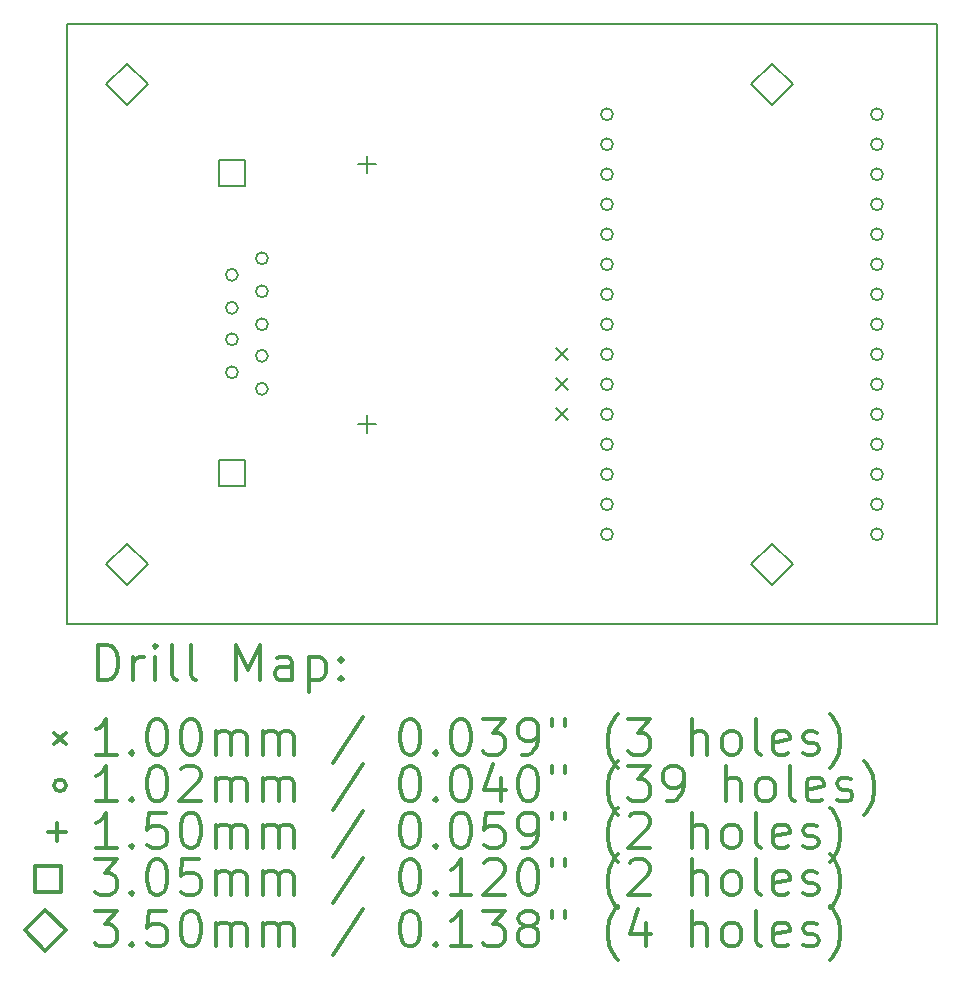
<source format=gbr>
%FSLAX45Y45*%
G04 Gerber Fmt 4.5, Leading zero omitted, Abs format (unit mm)*
G04 Created by KiCad (PCBNEW 4.0.5+dfsg1-4) date Mon Apr 17 17:31:17 2017*
%MOMM*%
%LPD*%
G01*
G04 APERTURE LIST*
%ADD10C,0.127000*%
%ADD11C,0.150000*%
%ADD12C,0.200000*%
%ADD13C,0.300000*%
G04 APERTURE END LIST*
D10*
D11*
X4826000Y-8636000D02*
X4826000Y-3556000D01*
X12192000Y-8636000D02*
X4826000Y-8636000D01*
X12192000Y-3556000D02*
X12192000Y-8636000D01*
X4826000Y-3556000D02*
X12192000Y-3556000D01*
D12*
X8967089Y-6300089D02*
X9066911Y-6399911D01*
X9066911Y-6300089D02*
X8967089Y-6399911D01*
X8967089Y-6554089D02*
X9066911Y-6653911D01*
X9066911Y-6554089D02*
X8967089Y-6653911D01*
X8967089Y-6808089D02*
X9066911Y-6907911D01*
X9066911Y-6808089D02*
X8967089Y-6907911D01*
X6273800Y-5676900D02*
G75*
G03X6273800Y-5676900I-50800J0D01*
G01*
X6273800Y-5956300D02*
G75*
G03X6273800Y-5956300I-50800J0D01*
G01*
X6273800Y-6223000D02*
G75*
G03X6273800Y-6223000I-50800J0D01*
G01*
X6273800Y-6502400D02*
G75*
G03X6273800Y-6502400I-50800J0D01*
G01*
X6527800Y-5537200D02*
G75*
G03X6527800Y-5537200I-50800J0D01*
G01*
X6527800Y-5816600D02*
G75*
G03X6527800Y-5816600I-50800J0D01*
G01*
X6527800Y-6096000D02*
G75*
G03X6527800Y-6096000I-50800J0D01*
G01*
X6527800Y-6362700D02*
G75*
G03X6527800Y-6362700I-50800J0D01*
G01*
X6527800Y-6642100D02*
G75*
G03X6527800Y-6642100I-50800J0D01*
G01*
X9448800Y-4318000D02*
G75*
G03X9448800Y-4318000I-50800J0D01*
G01*
X9448800Y-4572000D02*
G75*
G03X9448800Y-4572000I-50800J0D01*
G01*
X9448800Y-4826000D02*
G75*
G03X9448800Y-4826000I-50800J0D01*
G01*
X9448800Y-5080000D02*
G75*
G03X9448800Y-5080000I-50800J0D01*
G01*
X9448800Y-5334000D02*
G75*
G03X9448800Y-5334000I-50800J0D01*
G01*
X9448800Y-5588000D02*
G75*
G03X9448800Y-5588000I-50800J0D01*
G01*
X9448800Y-5842000D02*
G75*
G03X9448800Y-5842000I-50800J0D01*
G01*
X9448800Y-6096000D02*
G75*
G03X9448800Y-6096000I-50800J0D01*
G01*
X9448800Y-6350000D02*
G75*
G03X9448800Y-6350000I-50800J0D01*
G01*
X9448800Y-6604000D02*
G75*
G03X9448800Y-6604000I-50800J0D01*
G01*
X9448800Y-6858000D02*
G75*
G03X9448800Y-6858000I-50800J0D01*
G01*
X9448800Y-7112000D02*
G75*
G03X9448800Y-7112000I-50800J0D01*
G01*
X9448800Y-7366000D02*
G75*
G03X9448800Y-7366000I-50800J0D01*
G01*
X9448800Y-7620000D02*
G75*
G03X9448800Y-7620000I-50800J0D01*
G01*
X9448800Y-7874000D02*
G75*
G03X9448800Y-7874000I-50800J0D01*
G01*
X11734800Y-4318000D02*
G75*
G03X11734800Y-4318000I-50800J0D01*
G01*
X11734800Y-4572000D02*
G75*
G03X11734800Y-4572000I-50800J0D01*
G01*
X11734800Y-4826000D02*
G75*
G03X11734800Y-4826000I-50800J0D01*
G01*
X11734800Y-5080000D02*
G75*
G03X11734800Y-5080000I-50800J0D01*
G01*
X11734800Y-5334000D02*
G75*
G03X11734800Y-5334000I-50800J0D01*
G01*
X11734800Y-5588000D02*
G75*
G03X11734800Y-5588000I-50800J0D01*
G01*
X11734800Y-5842000D02*
G75*
G03X11734800Y-5842000I-50800J0D01*
G01*
X11734800Y-6096000D02*
G75*
G03X11734800Y-6096000I-50800J0D01*
G01*
X11734800Y-6350000D02*
G75*
G03X11734800Y-6350000I-50800J0D01*
G01*
X11734800Y-6604000D02*
G75*
G03X11734800Y-6604000I-50800J0D01*
G01*
X11734800Y-6858000D02*
G75*
G03X11734800Y-6858000I-50800J0D01*
G01*
X11734800Y-7112000D02*
G75*
G03X11734800Y-7112000I-50800J0D01*
G01*
X11734800Y-7366000D02*
G75*
G03X11734800Y-7366000I-50800J0D01*
G01*
X11734800Y-7620000D02*
G75*
G03X11734800Y-7620000I-50800J0D01*
G01*
X11734800Y-7874000D02*
G75*
G03X11734800Y-7874000I-50800J0D01*
G01*
X7366000Y-4666869D02*
X7366000Y-4816983D01*
X7290943Y-4741926D02*
X7441057Y-4741926D01*
X7366000Y-6867017D02*
X7366000Y-7017131D01*
X7290943Y-6942074D02*
X7441057Y-6942074D01*
X6330764Y-4921064D02*
X6330764Y-4705536D01*
X6115236Y-4705536D01*
X6115236Y-4921064D01*
X6330764Y-4921064D01*
X6330764Y-7461064D02*
X6330764Y-7245536D01*
X6115236Y-7245536D01*
X6115236Y-7461064D01*
X6330764Y-7461064D01*
X5334000Y-4239000D02*
X5509000Y-4064000D01*
X5334000Y-3889000D01*
X5159000Y-4064000D01*
X5334000Y-4239000D01*
X5334000Y-8303000D02*
X5509000Y-8128000D01*
X5334000Y-7953000D01*
X5159000Y-8128000D01*
X5334000Y-8303000D01*
X10795000Y-4239000D02*
X10970000Y-4064000D01*
X10795000Y-3889000D01*
X10620000Y-4064000D01*
X10795000Y-4239000D01*
X10795000Y-8303000D02*
X10970000Y-8128000D01*
X10795000Y-7953000D01*
X10620000Y-8128000D01*
X10795000Y-8303000D01*
D13*
X5089929Y-9109214D02*
X5089929Y-8809214D01*
X5161357Y-8809214D01*
X5204214Y-8823500D01*
X5232786Y-8852072D01*
X5247071Y-8880643D01*
X5261357Y-8937786D01*
X5261357Y-8980643D01*
X5247071Y-9037786D01*
X5232786Y-9066357D01*
X5204214Y-9094929D01*
X5161357Y-9109214D01*
X5089929Y-9109214D01*
X5389929Y-9109214D02*
X5389929Y-8909214D01*
X5389929Y-8966357D02*
X5404214Y-8937786D01*
X5418500Y-8923500D01*
X5447071Y-8909214D01*
X5475643Y-8909214D01*
X5575643Y-9109214D02*
X5575643Y-8909214D01*
X5575643Y-8809214D02*
X5561357Y-8823500D01*
X5575643Y-8837786D01*
X5589929Y-8823500D01*
X5575643Y-8809214D01*
X5575643Y-8837786D01*
X5761357Y-9109214D02*
X5732786Y-9094929D01*
X5718500Y-9066357D01*
X5718500Y-8809214D01*
X5918500Y-9109214D02*
X5889928Y-9094929D01*
X5875643Y-9066357D01*
X5875643Y-8809214D01*
X6261357Y-9109214D02*
X6261357Y-8809214D01*
X6361357Y-9023500D01*
X6461357Y-8809214D01*
X6461357Y-9109214D01*
X6732786Y-9109214D02*
X6732786Y-8952072D01*
X6718500Y-8923500D01*
X6689928Y-8909214D01*
X6632786Y-8909214D01*
X6604214Y-8923500D01*
X6732786Y-9094929D02*
X6704214Y-9109214D01*
X6632786Y-9109214D01*
X6604214Y-9094929D01*
X6589928Y-9066357D01*
X6589928Y-9037786D01*
X6604214Y-9009214D01*
X6632786Y-8994929D01*
X6704214Y-8994929D01*
X6732786Y-8980643D01*
X6875643Y-8909214D02*
X6875643Y-9209214D01*
X6875643Y-8923500D02*
X6904214Y-8909214D01*
X6961357Y-8909214D01*
X6989928Y-8923500D01*
X7004214Y-8937786D01*
X7018500Y-8966357D01*
X7018500Y-9052072D01*
X7004214Y-9080643D01*
X6989928Y-9094929D01*
X6961357Y-9109214D01*
X6904214Y-9109214D01*
X6875643Y-9094929D01*
X7147071Y-9080643D02*
X7161357Y-9094929D01*
X7147071Y-9109214D01*
X7132786Y-9094929D01*
X7147071Y-9080643D01*
X7147071Y-9109214D01*
X7147071Y-8923500D02*
X7161357Y-8937786D01*
X7147071Y-8952072D01*
X7132786Y-8937786D01*
X7147071Y-8923500D01*
X7147071Y-8952072D01*
X4718678Y-9553589D02*
X4818500Y-9653411D01*
X4818500Y-9553589D02*
X4718678Y-9653411D01*
X5247071Y-9739214D02*
X5075643Y-9739214D01*
X5161357Y-9739214D02*
X5161357Y-9439214D01*
X5132786Y-9482072D01*
X5104214Y-9510643D01*
X5075643Y-9524929D01*
X5375643Y-9710643D02*
X5389929Y-9724929D01*
X5375643Y-9739214D01*
X5361357Y-9724929D01*
X5375643Y-9710643D01*
X5375643Y-9739214D01*
X5575643Y-9439214D02*
X5604214Y-9439214D01*
X5632786Y-9453500D01*
X5647071Y-9467786D01*
X5661357Y-9496357D01*
X5675643Y-9553500D01*
X5675643Y-9624929D01*
X5661357Y-9682072D01*
X5647071Y-9710643D01*
X5632786Y-9724929D01*
X5604214Y-9739214D01*
X5575643Y-9739214D01*
X5547071Y-9724929D01*
X5532786Y-9710643D01*
X5518500Y-9682072D01*
X5504214Y-9624929D01*
X5504214Y-9553500D01*
X5518500Y-9496357D01*
X5532786Y-9467786D01*
X5547071Y-9453500D01*
X5575643Y-9439214D01*
X5861357Y-9439214D02*
X5889928Y-9439214D01*
X5918500Y-9453500D01*
X5932786Y-9467786D01*
X5947071Y-9496357D01*
X5961357Y-9553500D01*
X5961357Y-9624929D01*
X5947071Y-9682072D01*
X5932786Y-9710643D01*
X5918500Y-9724929D01*
X5889928Y-9739214D01*
X5861357Y-9739214D01*
X5832786Y-9724929D01*
X5818500Y-9710643D01*
X5804214Y-9682072D01*
X5789928Y-9624929D01*
X5789928Y-9553500D01*
X5804214Y-9496357D01*
X5818500Y-9467786D01*
X5832786Y-9453500D01*
X5861357Y-9439214D01*
X6089928Y-9739214D02*
X6089928Y-9539214D01*
X6089928Y-9567786D02*
X6104214Y-9553500D01*
X6132786Y-9539214D01*
X6175643Y-9539214D01*
X6204214Y-9553500D01*
X6218500Y-9582072D01*
X6218500Y-9739214D01*
X6218500Y-9582072D02*
X6232786Y-9553500D01*
X6261357Y-9539214D01*
X6304214Y-9539214D01*
X6332786Y-9553500D01*
X6347071Y-9582072D01*
X6347071Y-9739214D01*
X6489928Y-9739214D02*
X6489928Y-9539214D01*
X6489928Y-9567786D02*
X6504214Y-9553500D01*
X6532786Y-9539214D01*
X6575643Y-9539214D01*
X6604214Y-9553500D01*
X6618500Y-9582072D01*
X6618500Y-9739214D01*
X6618500Y-9582072D02*
X6632786Y-9553500D01*
X6661357Y-9539214D01*
X6704214Y-9539214D01*
X6732786Y-9553500D01*
X6747071Y-9582072D01*
X6747071Y-9739214D01*
X7332786Y-9424929D02*
X7075643Y-9810643D01*
X7718500Y-9439214D02*
X7747071Y-9439214D01*
X7775643Y-9453500D01*
X7789928Y-9467786D01*
X7804214Y-9496357D01*
X7818500Y-9553500D01*
X7818500Y-9624929D01*
X7804214Y-9682072D01*
X7789928Y-9710643D01*
X7775643Y-9724929D01*
X7747071Y-9739214D01*
X7718500Y-9739214D01*
X7689928Y-9724929D01*
X7675643Y-9710643D01*
X7661357Y-9682072D01*
X7647071Y-9624929D01*
X7647071Y-9553500D01*
X7661357Y-9496357D01*
X7675643Y-9467786D01*
X7689928Y-9453500D01*
X7718500Y-9439214D01*
X7947071Y-9710643D02*
X7961357Y-9724929D01*
X7947071Y-9739214D01*
X7932786Y-9724929D01*
X7947071Y-9710643D01*
X7947071Y-9739214D01*
X8147071Y-9439214D02*
X8175643Y-9439214D01*
X8204214Y-9453500D01*
X8218500Y-9467786D01*
X8232785Y-9496357D01*
X8247071Y-9553500D01*
X8247071Y-9624929D01*
X8232785Y-9682072D01*
X8218500Y-9710643D01*
X8204214Y-9724929D01*
X8175643Y-9739214D01*
X8147071Y-9739214D01*
X8118500Y-9724929D01*
X8104214Y-9710643D01*
X8089928Y-9682072D01*
X8075643Y-9624929D01*
X8075643Y-9553500D01*
X8089928Y-9496357D01*
X8104214Y-9467786D01*
X8118500Y-9453500D01*
X8147071Y-9439214D01*
X8347071Y-9439214D02*
X8532786Y-9439214D01*
X8432786Y-9553500D01*
X8475643Y-9553500D01*
X8504214Y-9567786D01*
X8518500Y-9582072D01*
X8532786Y-9610643D01*
X8532786Y-9682072D01*
X8518500Y-9710643D01*
X8504214Y-9724929D01*
X8475643Y-9739214D01*
X8389928Y-9739214D01*
X8361357Y-9724929D01*
X8347071Y-9710643D01*
X8675643Y-9739214D02*
X8732786Y-9739214D01*
X8761357Y-9724929D01*
X8775643Y-9710643D01*
X8804214Y-9667786D01*
X8818500Y-9610643D01*
X8818500Y-9496357D01*
X8804214Y-9467786D01*
X8789928Y-9453500D01*
X8761357Y-9439214D01*
X8704214Y-9439214D01*
X8675643Y-9453500D01*
X8661357Y-9467786D01*
X8647071Y-9496357D01*
X8647071Y-9567786D01*
X8661357Y-9596357D01*
X8675643Y-9610643D01*
X8704214Y-9624929D01*
X8761357Y-9624929D01*
X8789928Y-9610643D01*
X8804214Y-9596357D01*
X8818500Y-9567786D01*
X8932786Y-9439214D02*
X8932786Y-9496357D01*
X9047071Y-9439214D02*
X9047071Y-9496357D01*
X9489928Y-9853500D02*
X9475643Y-9839214D01*
X9447071Y-9796357D01*
X9432786Y-9767786D01*
X9418500Y-9724929D01*
X9404214Y-9653500D01*
X9404214Y-9596357D01*
X9418500Y-9524929D01*
X9432786Y-9482072D01*
X9447071Y-9453500D01*
X9475643Y-9410643D01*
X9489928Y-9396357D01*
X9575643Y-9439214D02*
X9761357Y-9439214D01*
X9661357Y-9553500D01*
X9704214Y-9553500D01*
X9732786Y-9567786D01*
X9747071Y-9582072D01*
X9761357Y-9610643D01*
X9761357Y-9682072D01*
X9747071Y-9710643D01*
X9732786Y-9724929D01*
X9704214Y-9739214D01*
X9618500Y-9739214D01*
X9589928Y-9724929D01*
X9575643Y-9710643D01*
X10118500Y-9739214D02*
X10118500Y-9439214D01*
X10247071Y-9739214D02*
X10247071Y-9582072D01*
X10232786Y-9553500D01*
X10204214Y-9539214D01*
X10161357Y-9539214D01*
X10132786Y-9553500D01*
X10118500Y-9567786D01*
X10432786Y-9739214D02*
X10404214Y-9724929D01*
X10389928Y-9710643D01*
X10375643Y-9682072D01*
X10375643Y-9596357D01*
X10389928Y-9567786D01*
X10404214Y-9553500D01*
X10432786Y-9539214D01*
X10475643Y-9539214D01*
X10504214Y-9553500D01*
X10518500Y-9567786D01*
X10532786Y-9596357D01*
X10532786Y-9682072D01*
X10518500Y-9710643D01*
X10504214Y-9724929D01*
X10475643Y-9739214D01*
X10432786Y-9739214D01*
X10704214Y-9739214D02*
X10675643Y-9724929D01*
X10661357Y-9696357D01*
X10661357Y-9439214D01*
X10932786Y-9724929D02*
X10904214Y-9739214D01*
X10847071Y-9739214D01*
X10818500Y-9724929D01*
X10804214Y-9696357D01*
X10804214Y-9582072D01*
X10818500Y-9553500D01*
X10847071Y-9539214D01*
X10904214Y-9539214D01*
X10932786Y-9553500D01*
X10947071Y-9582072D01*
X10947071Y-9610643D01*
X10804214Y-9639214D01*
X11061357Y-9724929D02*
X11089929Y-9739214D01*
X11147071Y-9739214D01*
X11175643Y-9724929D01*
X11189928Y-9696357D01*
X11189928Y-9682072D01*
X11175643Y-9653500D01*
X11147071Y-9639214D01*
X11104214Y-9639214D01*
X11075643Y-9624929D01*
X11061357Y-9596357D01*
X11061357Y-9582072D01*
X11075643Y-9553500D01*
X11104214Y-9539214D01*
X11147071Y-9539214D01*
X11175643Y-9553500D01*
X11289928Y-9853500D02*
X11304214Y-9839214D01*
X11332786Y-9796357D01*
X11347071Y-9767786D01*
X11361357Y-9724929D01*
X11375643Y-9653500D01*
X11375643Y-9596357D01*
X11361357Y-9524929D01*
X11347071Y-9482072D01*
X11332786Y-9453500D01*
X11304214Y-9410643D01*
X11289928Y-9396357D01*
X4818500Y-9999500D02*
G75*
G03X4818500Y-9999500I-50800J0D01*
G01*
X5247071Y-10135214D02*
X5075643Y-10135214D01*
X5161357Y-10135214D02*
X5161357Y-9835214D01*
X5132786Y-9878072D01*
X5104214Y-9906643D01*
X5075643Y-9920929D01*
X5375643Y-10106643D02*
X5389929Y-10120929D01*
X5375643Y-10135214D01*
X5361357Y-10120929D01*
X5375643Y-10106643D01*
X5375643Y-10135214D01*
X5575643Y-9835214D02*
X5604214Y-9835214D01*
X5632786Y-9849500D01*
X5647071Y-9863786D01*
X5661357Y-9892357D01*
X5675643Y-9949500D01*
X5675643Y-10020929D01*
X5661357Y-10078072D01*
X5647071Y-10106643D01*
X5632786Y-10120929D01*
X5604214Y-10135214D01*
X5575643Y-10135214D01*
X5547071Y-10120929D01*
X5532786Y-10106643D01*
X5518500Y-10078072D01*
X5504214Y-10020929D01*
X5504214Y-9949500D01*
X5518500Y-9892357D01*
X5532786Y-9863786D01*
X5547071Y-9849500D01*
X5575643Y-9835214D01*
X5789928Y-9863786D02*
X5804214Y-9849500D01*
X5832786Y-9835214D01*
X5904214Y-9835214D01*
X5932786Y-9849500D01*
X5947071Y-9863786D01*
X5961357Y-9892357D01*
X5961357Y-9920929D01*
X5947071Y-9963786D01*
X5775643Y-10135214D01*
X5961357Y-10135214D01*
X6089928Y-10135214D02*
X6089928Y-9935214D01*
X6089928Y-9963786D02*
X6104214Y-9949500D01*
X6132786Y-9935214D01*
X6175643Y-9935214D01*
X6204214Y-9949500D01*
X6218500Y-9978072D01*
X6218500Y-10135214D01*
X6218500Y-9978072D02*
X6232786Y-9949500D01*
X6261357Y-9935214D01*
X6304214Y-9935214D01*
X6332786Y-9949500D01*
X6347071Y-9978072D01*
X6347071Y-10135214D01*
X6489928Y-10135214D02*
X6489928Y-9935214D01*
X6489928Y-9963786D02*
X6504214Y-9949500D01*
X6532786Y-9935214D01*
X6575643Y-9935214D01*
X6604214Y-9949500D01*
X6618500Y-9978072D01*
X6618500Y-10135214D01*
X6618500Y-9978072D02*
X6632786Y-9949500D01*
X6661357Y-9935214D01*
X6704214Y-9935214D01*
X6732786Y-9949500D01*
X6747071Y-9978072D01*
X6747071Y-10135214D01*
X7332786Y-9820929D02*
X7075643Y-10206643D01*
X7718500Y-9835214D02*
X7747071Y-9835214D01*
X7775643Y-9849500D01*
X7789928Y-9863786D01*
X7804214Y-9892357D01*
X7818500Y-9949500D01*
X7818500Y-10020929D01*
X7804214Y-10078072D01*
X7789928Y-10106643D01*
X7775643Y-10120929D01*
X7747071Y-10135214D01*
X7718500Y-10135214D01*
X7689928Y-10120929D01*
X7675643Y-10106643D01*
X7661357Y-10078072D01*
X7647071Y-10020929D01*
X7647071Y-9949500D01*
X7661357Y-9892357D01*
X7675643Y-9863786D01*
X7689928Y-9849500D01*
X7718500Y-9835214D01*
X7947071Y-10106643D02*
X7961357Y-10120929D01*
X7947071Y-10135214D01*
X7932786Y-10120929D01*
X7947071Y-10106643D01*
X7947071Y-10135214D01*
X8147071Y-9835214D02*
X8175643Y-9835214D01*
X8204214Y-9849500D01*
X8218500Y-9863786D01*
X8232785Y-9892357D01*
X8247071Y-9949500D01*
X8247071Y-10020929D01*
X8232785Y-10078072D01*
X8218500Y-10106643D01*
X8204214Y-10120929D01*
X8175643Y-10135214D01*
X8147071Y-10135214D01*
X8118500Y-10120929D01*
X8104214Y-10106643D01*
X8089928Y-10078072D01*
X8075643Y-10020929D01*
X8075643Y-9949500D01*
X8089928Y-9892357D01*
X8104214Y-9863786D01*
X8118500Y-9849500D01*
X8147071Y-9835214D01*
X8504214Y-9935214D02*
X8504214Y-10135214D01*
X8432786Y-9820929D02*
X8361357Y-10035214D01*
X8547071Y-10035214D01*
X8718500Y-9835214D02*
X8747071Y-9835214D01*
X8775643Y-9849500D01*
X8789928Y-9863786D01*
X8804214Y-9892357D01*
X8818500Y-9949500D01*
X8818500Y-10020929D01*
X8804214Y-10078072D01*
X8789928Y-10106643D01*
X8775643Y-10120929D01*
X8747071Y-10135214D01*
X8718500Y-10135214D01*
X8689928Y-10120929D01*
X8675643Y-10106643D01*
X8661357Y-10078072D01*
X8647071Y-10020929D01*
X8647071Y-9949500D01*
X8661357Y-9892357D01*
X8675643Y-9863786D01*
X8689928Y-9849500D01*
X8718500Y-9835214D01*
X8932786Y-9835214D02*
X8932786Y-9892357D01*
X9047071Y-9835214D02*
X9047071Y-9892357D01*
X9489928Y-10249500D02*
X9475643Y-10235214D01*
X9447071Y-10192357D01*
X9432786Y-10163786D01*
X9418500Y-10120929D01*
X9404214Y-10049500D01*
X9404214Y-9992357D01*
X9418500Y-9920929D01*
X9432786Y-9878072D01*
X9447071Y-9849500D01*
X9475643Y-9806643D01*
X9489928Y-9792357D01*
X9575643Y-9835214D02*
X9761357Y-9835214D01*
X9661357Y-9949500D01*
X9704214Y-9949500D01*
X9732786Y-9963786D01*
X9747071Y-9978072D01*
X9761357Y-10006643D01*
X9761357Y-10078072D01*
X9747071Y-10106643D01*
X9732786Y-10120929D01*
X9704214Y-10135214D01*
X9618500Y-10135214D01*
X9589928Y-10120929D01*
X9575643Y-10106643D01*
X9904214Y-10135214D02*
X9961357Y-10135214D01*
X9989928Y-10120929D01*
X10004214Y-10106643D01*
X10032786Y-10063786D01*
X10047071Y-10006643D01*
X10047071Y-9892357D01*
X10032786Y-9863786D01*
X10018500Y-9849500D01*
X9989928Y-9835214D01*
X9932786Y-9835214D01*
X9904214Y-9849500D01*
X9889928Y-9863786D01*
X9875643Y-9892357D01*
X9875643Y-9963786D01*
X9889928Y-9992357D01*
X9904214Y-10006643D01*
X9932786Y-10020929D01*
X9989928Y-10020929D01*
X10018500Y-10006643D01*
X10032786Y-9992357D01*
X10047071Y-9963786D01*
X10404214Y-10135214D02*
X10404214Y-9835214D01*
X10532786Y-10135214D02*
X10532786Y-9978072D01*
X10518500Y-9949500D01*
X10489928Y-9935214D01*
X10447071Y-9935214D01*
X10418500Y-9949500D01*
X10404214Y-9963786D01*
X10718500Y-10135214D02*
X10689928Y-10120929D01*
X10675643Y-10106643D01*
X10661357Y-10078072D01*
X10661357Y-9992357D01*
X10675643Y-9963786D01*
X10689928Y-9949500D01*
X10718500Y-9935214D01*
X10761357Y-9935214D01*
X10789928Y-9949500D01*
X10804214Y-9963786D01*
X10818500Y-9992357D01*
X10818500Y-10078072D01*
X10804214Y-10106643D01*
X10789928Y-10120929D01*
X10761357Y-10135214D01*
X10718500Y-10135214D01*
X10989928Y-10135214D02*
X10961357Y-10120929D01*
X10947071Y-10092357D01*
X10947071Y-9835214D01*
X11218500Y-10120929D02*
X11189928Y-10135214D01*
X11132786Y-10135214D01*
X11104214Y-10120929D01*
X11089929Y-10092357D01*
X11089929Y-9978072D01*
X11104214Y-9949500D01*
X11132786Y-9935214D01*
X11189928Y-9935214D01*
X11218500Y-9949500D01*
X11232786Y-9978072D01*
X11232786Y-10006643D01*
X11089929Y-10035214D01*
X11347071Y-10120929D02*
X11375643Y-10135214D01*
X11432786Y-10135214D01*
X11461357Y-10120929D01*
X11475643Y-10092357D01*
X11475643Y-10078072D01*
X11461357Y-10049500D01*
X11432786Y-10035214D01*
X11389928Y-10035214D01*
X11361357Y-10020929D01*
X11347071Y-9992357D01*
X11347071Y-9978072D01*
X11361357Y-9949500D01*
X11389928Y-9935214D01*
X11432786Y-9935214D01*
X11461357Y-9949500D01*
X11575643Y-10249500D02*
X11589928Y-10235214D01*
X11618500Y-10192357D01*
X11632786Y-10163786D01*
X11647071Y-10120929D01*
X11661357Y-10049500D01*
X11661357Y-9992357D01*
X11647071Y-9920929D01*
X11632786Y-9878072D01*
X11618500Y-9849500D01*
X11589928Y-9806643D01*
X11575643Y-9792357D01*
X4743443Y-10320443D02*
X4743443Y-10470557D01*
X4668386Y-10395500D02*
X4818500Y-10395500D01*
X5247071Y-10531214D02*
X5075643Y-10531214D01*
X5161357Y-10531214D02*
X5161357Y-10231214D01*
X5132786Y-10274072D01*
X5104214Y-10302643D01*
X5075643Y-10316929D01*
X5375643Y-10502643D02*
X5389929Y-10516929D01*
X5375643Y-10531214D01*
X5361357Y-10516929D01*
X5375643Y-10502643D01*
X5375643Y-10531214D01*
X5661357Y-10231214D02*
X5518500Y-10231214D01*
X5504214Y-10374072D01*
X5518500Y-10359786D01*
X5547071Y-10345500D01*
X5618500Y-10345500D01*
X5647071Y-10359786D01*
X5661357Y-10374072D01*
X5675643Y-10402643D01*
X5675643Y-10474072D01*
X5661357Y-10502643D01*
X5647071Y-10516929D01*
X5618500Y-10531214D01*
X5547071Y-10531214D01*
X5518500Y-10516929D01*
X5504214Y-10502643D01*
X5861357Y-10231214D02*
X5889928Y-10231214D01*
X5918500Y-10245500D01*
X5932786Y-10259786D01*
X5947071Y-10288357D01*
X5961357Y-10345500D01*
X5961357Y-10416929D01*
X5947071Y-10474072D01*
X5932786Y-10502643D01*
X5918500Y-10516929D01*
X5889928Y-10531214D01*
X5861357Y-10531214D01*
X5832786Y-10516929D01*
X5818500Y-10502643D01*
X5804214Y-10474072D01*
X5789928Y-10416929D01*
X5789928Y-10345500D01*
X5804214Y-10288357D01*
X5818500Y-10259786D01*
X5832786Y-10245500D01*
X5861357Y-10231214D01*
X6089928Y-10531214D02*
X6089928Y-10331214D01*
X6089928Y-10359786D02*
X6104214Y-10345500D01*
X6132786Y-10331214D01*
X6175643Y-10331214D01*
X6204214Y-10345500D01*
X6218500Y-10374072D01*
X6218500Y-10531214D01*
X6218500Y-10374072D02*
X6232786Y-10345500D01*
X6261357Y-10331214D01*
X6304214Y-10331214D01*
X6332786Y-10345500D01*
X6347071Y-10374072D01*
X6347071Y-10531214D01*
X6489928Y-10531214D02*
X6489928Y-10331214D01*
X6489928Y-10359786D02*
X6504214Y-10345500D01*
X6532786Y-10331214D01*
X6575643Y-10331214D01*
X6604214Y-10345500D01*
X6618500Y-10374072D01*
X6618500Y-10531214D01*
X6618500Y-10374072D02*
X6632786Y-10345500D01*
X6661357Y-10331214D01*
X6704214Y-10331214D01*
X6732786Y-10345500D01*
X6747071Y-10374072D01*
X6747071Y-10531214D01*
X7332786Y-10216929D02*
X7075643Y-10602643D01*
X7718500Y-10231214D02*
X7747071Y-10231214D01*
X7775643Y-10245500D01*
X7789928Y-10259786D01*
X7804214Y-10288357D01*
X7818500Y-10345500D01*
X7818500Y-10416929D01*
X7804214Y-10474072D01*
X7789928Y-10502643D01*
X7775643Y-10516929D01*
X7747071Y-10531214D01*
X7718500Y-10531214D01*
X7689928Y-10516929D01*
X7675643Y-10502643D01*
X7661357Y-10474072D01*
X7647071Y-10416929D01*
X7647071Y-10345500D01*
X7661357Y-10288357D01*
X7675643Y-10259786D01*
X7689928Y-10245500D01*
X7718500Y-10231214D01*
X7947071Y-10502643D02*
X7961357Y-10516929D01*
X7947071Y-10531214D01*
X7932786Y-10516929D01*
X7947071Y-10502643D01*
X7947071Y-10531214D01*
X8147071Y-10231214D02*
X8175643Y-10231214D01*
X8204214Y-10245500D01*
X8218500Y-10259786D01*
X8232785Y-10288357D01*
X8247071Y-10345500D01*
X8247071Y-10416929D01*
X8232785Y-10474072D01*
X8218500Y-10502643D01*
X8204214Y-10516929D01*
X8175643Y-10531214D01*
X8147071Y-10531214D01*
X8118500Y-10516929D01*
X8104214Y-10502643D01*
X8089928Y-10474072D01*
X8075643Y-10416929D01*
X8075643Y-10345500D01*
X8089928Y-10288357D01*
X8104214Y-10259786D01*
X8118500Y-10245500D01*
X8147071Y-10231214D01*
X8518500Y-10231214D02*
X8375643Y-10231214D01*
X8361357Y-10374072D01*
X8375643Y-10359786D01*
X8404214Y-10345500D01*
X8475643Y-10345500D01*
X8504214Y-10359786D01*
X8518500Y-10374072D01*
X8532786Y-10402643D01*
X8532786Y-10474072D01*
X8518500Y-10502643D01*
X8504214Y-10516929D01*
X8475643Y-10531214D01*
X8404214Y-10531214D01*
X8375643Y-10516929D01*
X8361357Y-10502643D01*
X8675643Y-10531214D02*
X8732786Y-10531214D01*
X8761357Y-10516929D01*
X8775643Y-10502643D01*
X8804214Y-10459786D01*
X8818500Y-10402643D01*
X8818500Y-10288357D01*
X8804214Y-10259786D01*
X8789928Y-10245500D01*
X8761357Y-10231214D01*
X8704214Y-10231214D01*
X8675643Y-10245500D01*
X8661357Y-10259786D01*
X8647071Y-10288357D01*
X8647071Y-10359786D01*
X8661357Y-10388357D01*
X8675643Y-10402643D01*
X8704214Y-10416929D01*
X8761357Y-10416929D01*
X8789928Y-10402643D01*
X8804214Y-10388357D01*
X8818500Y-10359786D01*
X8932786Y-10231214D02*
X8932786Y-10288357D01*
X9047071Y-10231214D02*
X9047071Y-10288357D01*
X9489928Y-10645500D02*
X9475643Y-10631214D01*
X9447071Y-10588357D01*
X9432786Y-10559786D01*
X9418500Y-10516929D01*
X9404214Y-10445500D01*
X9404214Y-10388357D01*
X9418500Y-10316929D01*
X9432786Y-10274072D01*
X9447071Y-10245500D01*
X9475643Y-10202643D01*
X9489928Y-10188357D01*
X9589928Y-10259786D02*
X9604214Y-10245500D01*
X9632786Y-10231214D01*
X9704214Y-10231214D01*
X9732786Y-10245500D01*
X9747071Y-10259786D01*
X9761357Y-10288357D01*
X9761357Y-10316929D01*
X9747071Y-10359786D01*
X9575643Y-10531214D01*
X9761357Y-10531214D01*
X10118500Y-10531214D02*
X10118500Y-10231214D01*
X10247071Y-10531214D02*
X10247071Y-10374072D01*
X10232786Y-10345500D01*
X10204214Y-10331214D01*
X10161357Y-10331214D01*
X10132786Y-10345500D01*
X10118500Y-10359786D01*
X10432786Y-10531214D02*
X10404214Y-10516929D01*
X10389928Y-10502643D01*
X10375643Y-10474072D01*
X10375643Y-10388357D01*
X10389928Y-10359786D01*
X10404214Y-10345500D01*
X10432786Y-10331214D01*
X10475643Y-10331214D01*
X10504214Y-10345500D01*
X10518500Y-10359786D01*
X10532786Y-10388357D01*
X10532786Y-10474072D01*
X10518500Y-10502643D01*
X10504214Y-10516929D01*
X10475643Y-10531214D01*
X10432786Y-10531214D01*
X10704214Y-10531214D02*
X10675643Y-10516929D01*
X10661357Y-10488357D01*
X10661357Y-10231214D01*
X10932786Y-10516929D02*
X10904214Y-10531214D01*
X10847071Y-10531214D01*
X10818500Y-10516929D01*
X10804214Y-10488357D01*
X10804214Y-10374072D01*
X10818500Y-10345500D01*
X10847071Y-10331214D01*
X10904214Y-10331214D01*
X10932786Y-10345500D01*
X10947071Y-10374072D01*
X10947071Y-10402643D01*
X10804214Y-10431214D01*
X11061357Y-10516929D02*
X11089929Y-10531214D01*
X11147071Y-10531214D01*
X11175643Y-10516929D01*
X11189928Y-10488357D01*
X11189928Y-10474072D01*
X11175643Y-10445500D01*
X11147071Y-10431214D01*
X11104214Y-10431214D01*
X11075643Y-10416929D01*
X11061357Y-10388357D01*
X11061357Y-10374072D01*
X11075643Y-10345500D01*
X11104214Y-10331214D01*
X11147071Y-10331214D01*
X11175643Y-10345500D01*
X11289928Y-10645500D02*
X11304214Y-10631214D01*
X11332786Y-10588357D01*
X11347071Y-10559786D01*
X11361357Y-10516929D01*
X11375643Y-10445500D01*
X11375643Y-10388357D01*
X11361357Y-10316929D01*
X11347071Y-10274072D01*
X11332786Y-10245500D01*
X11304214Y-10202643D01*
X11289928Y-10188357D01*
X4773864Y-10899264D02*
X4773864Y-10683736D01*
X4558336Y-10683736D01*
X4558336Y-10899264D01*
X4773864Y-10899264D01*
X5061357Y-10627214D02*
X5247071Y-10627214D01*
X5147071Y-10741500D01*
X5189929Y-10741500D01*
X5218500Y-10755786D01*
X5232786Y-10770072D01*
X5247071Y-10798643D01*
X5247071Y-10870072D01*
X5232786Y-10898643D01*
X5218500Y-10912929D01*
X5189929Y-10927214D01*
X5104214Y-10927214D01*
X5075643Y-10912929D01*
X5061357Y-10898643D01*
X5375643Y-10898643D02*
X5389929Y-10912929D01*
X5375643Y-10927214D01*
X5361357Y-10912929D01*
X5375643Y-10898643D01*
X5375643Y-10927214D01*
X5575643Y-10627214D02*
X5604214Y-10627214D01*
X5632786Y-10641500D01*
X5647071Y-10655786D01*
X5661357Y-10684357D01*
X5675643Y-10741500D01*
X5675643Y-10812929D01*
X5661357Y-10870072D01*
X5647071Y-10898643D01*
X5632786Y-10912929D01*
X5604214Y-10927214D01*
X5575643Y-10927214D01*
X5547071Y-10912929D01*
X5532786Y-10898643D01*
X5518500Y-10870072D01*
X5504214Y-10812929D01*
X5504214Y-10741500D01*
X5518500Y-10684357D01*
X5532786Y-10655786D01*
X5547071Y-10641500D01*
X5575643Y-10627214D01*
X5947071Y-10627214D02*
X5804214Y-10627214D01*
X5789928Y-10770072D01*
X5804214Y-10755786D01*
X5832786Y-10741500D01*
X5904214Y-10741500D01*
X5932786Y-10755786D01*
X5947071Y-10770072D01*
X5961357Y-10798643D01*
X5961357Y-10870072D01*
X5947071Y-10898643D01*
X5932786Y-10912929D01*
X5904214Y-10927214D01*
X5832786Y-10927214D01*
X5804214Y-10912929D01*
X5789928Y-10898643D01*
X6089928Y-10927214D02*
X6089928Y-10727214D01*
X6089928Y-10755786D02*
X6104214Y-10741500D01*
X6132786Y-10727214D01*
X6175643Y-10727214D01*
X6204214Y-10741500D01*
X6218500Y-10770072D01*
X6218500Y-10927214D01*
X6218500Y-10770072D02*
X6232786Y-10741500D01*
X6261357Y-10727214D01*
X6304214Y-10727214D01*
X6332786Y-10741500D01*
X6347071Y-10770072D01*
X6347071Y-10927214D01*
X6489928Y-10927214D02*
X6489928Y-10727214D01*
X6489928Y-10755786D02*
X6504214Y-10741500D01*
X6532786Y-10727214D01*
X6575643Y-10727214D01*
X6604214Y-10741500D01*
X6618500Y-10770072D01*
X6618500Y-10927214D01*
X6618500Y-10770072D02*
X6632786Y-10741500D01*
X6661357Y-10727214D01*
X6704214Y-10727214D01*
X6732786Y-10741500D01*
X6747071Y-10770072D01*
X6747071Y-10927214D01*
X7332786Y-10612929D02*
X7075643Y-10998643D01*
X7718500Y-10627214D02*
X7747071Y-10627214D01*
X7775643Y-10641500D01*
X7789928Y-10655786D01*
X7804214Y-10684357D01*
X7818500Y-10741500D01*
X7818500Y-10812929D01*
X7804214Y-10870072D01*
X7789928Y-10898643D01*
X7775643Y-10912929D01*
X7747071Y-10927214D01*
X7718500Y-10927214D01*
X7689928Y-10912929D01*
X7675643Y-10898643D01*
X7661357Y-10870072D01*
X7647071Y-10812929D01*
X7647071Y-10741500D01*
X7661357Y-10684357D01*
X7675643Y-10655786D01*
X7689928Y-10641500D01*
X7718500Y-10627214D01*
X7947071Y-10898643D02*
X7961357Y-10912929D01*
X7947071Y-10927214D01*
X7932786Y-10912929D01*
X7947071Y-10898643D01*
X7947071Y-10927214D01*
X8247071Y-10927214D02*
X8075643Y-10927214D01*
X8161357Y-10927214D02*
X8161357Y-10627214D01*
X8132785Y-10670072D01*
X8104214Y-10698643D01*
X8075643Y-10712929D01*
X8361357Y-10655786D02*
X8375643Y-10641500D01*
X8404214Y-10627214D01*
X8475643Y-10627214D01*
X8504214Y-10641500D01*
X8518500Y-10655786D01*
X8532786Y-10684357D01*
X8532786Y-10712929D01*
X8518500Y-10755786D01*
X8347071Y-10927214D01*
X8532786Y-10927214D01*
X8718500Y-10627214D02*
X8747071Y-10627214D01*
X8775643Y-10641500D01*
X8789928Y-10655786D01*
X8804214Y-10684357D01*
X8818500Y-10741500D01*
X8818500Y-10812929D01*
X8804214Y-10870072D01*
X8789928Y-10898643D01*
X8775643Y-10912929D01*
X8747071Y-10927214D01*
X8718500Y-10927214D01*
X8689928Y-10912929D01*
X8675643Y-10898643D01*
X8661357Y-10870072D01*
X8647071Y-10812929D01*
X8647071Y-10741500D01*
X8661357Y-10684357D01*
X8675643Y-10655786D01*
X8689928Y-10641500D01*
X8718500Y-10627214D01*
X8932786Y-10627214D02*
X8932786Y-10684357D01*
X9047071Y-10627214D02*
X9047071Y-10684357D01*
X9489928Y-11041500D02*
X9475643Y-11027214D01*
X9447071Y-10984357D01*
X9432786Y-10955786D01*
X9418500Y-10912929D01*
X9404214Y-10841500D01*
X9404214Y-10784357D01*
X9418500Y-10712929D01*
X9432786Y-10670072D01*
X9447071Y-10641500D01*
X9475643Y-10598643D01*
X9489928Y-10584357D01*
X9589928Y-10655786D02*
X9604214Y-10641500D01*
X9632786Y-10627214D01*
X9704214Y-10627214D01*
X9732786Y-10641500D01*
X9747071Y-10655786D01*
X9761357Y-10684357D01*
X9761357Y-10712929D01*
X9747071Y-10755786D01*
X9575643Y-10927214D01*
X9761357Y-10927214D01*
X10118500Y-10927214D02*
X10118500Y-10627214D01*
X10247071Y-10927214D02*
X10247071Y-10770072D01*
X10232786Y-10741500D01*
X10204214Y-10727214D01*
X10161357Y-10727214D01*
X10132786Y-10741500D01*
X10118500Y-10755786D01*
X10432786Y-10927214D02*
X10404214Y-10912929D01*
X10389928Y-10898643D01*
X10375643Y-10870072D01*
X10375643Y-10784357D01*
X10389928Y-10755786D01*
X10404214Y-10741500D01*
X10432786Y-10727214D01*
X10475643Y-10727214D01*
X10504214Y-10741500D01*
X10518500Y-10755786D01*
X10532786Y-10784357D01*
X10532786Y-10870072D01*
X10518500Y-10898643D01*
X10504214Y-10912929D01*
X10475643Y-10927214D01*
X10432786Y-10927214D01*
X10704214Y-10927214D02*
X10675643Y-10912929D01*
X10661357Y-10884357D01*
X10661357Y-10627214D01*
X10932786Y-10912929D02*
X10904214Y-10927214D01*
X10847071Y-10927214D01*
X10818500Y-10912929D01*
X10804214Y-10884357D01*
X10804214Y-10770072D01*
X10818500Y-10741500D01*
X10847071Y-10727214D01*
X10904214Y-10727214D01*
X10932786Y-10741500D01*
X10947071Y-10770072D01*
X10947071Y-10798643D01*
X10804214Y-10827214D01*
X11061357Y-10912929D02*
X11089929Y-10927214D01*
X11147071Y-10927214D01*
X11175643Y-10912929D01*
X11189928Y-10884357D01*
X11189928Y-10870072D01*
X11175643Y-10841500D01*
X11147071Y-10827214D01*
X11104214Y-10827214D01*
X11075643Y-10812929D01*
X11061357Y-10784357D01*
X11061357Y-10770072D01*
X11075643Y-10741500D01*
X11104214Y-10727214D01*
X11147071Y-10727214D01*
X11175643Y-10741500D01*
X11289928Y-11041500D02*
X11304214Y-11027214D01*
X11332786Y-10984357D01*
X11347071Y-10955786D01*
X11361357Y-10912929D01*
X11375643Y-10841500D01*
X11375643Y-10784357D01*
X11361357Y-10712929D01*
X11347071Y-10670072D01*
X11332786Y-10641500D01*
X11304214Y-10598643D01*
X11289928Y-10584357D01*
X4643500Y-11401300D02*
X4818500Y-11226300D01*
X4643500Y-11051300D01*
X4468500Y-11226300D01*
X4643500Y-11401300D01*
X5061357Y-11062014D02*
X5247071Y-11062014D01*
X5147071Y-11176300D01*
X5189929Y-11176300D01*
X5218500Y-11190586D01*
X5232786Y-11204871D01*
X5247071Y-11233443D01*
X5247071Y-11304871D01*
X5232786Y-11333443D01*
X5218500Y-11347729D01*
X5189929Y-11362014D01*
X5104214Y-11362014D01*
X5075643Y-11347729D01*
X5061357Y-11333443D01*
X5375643Y-11333443D02*
X5389929Y-11347729D01*
X5375643Y-11362014D01*
X5361357Y-11347729D01*
X5375643Y-11333443D01*
X5375643Y-11362014D01*
X5661357Y-11062014D02*
X5518500Y-11062014D01*
X5504214Y-11204871D01*
X5518500Y-11190586D01*
X5547071Y-11176300D01*
X5618500Y-11176300D01*
X5647071Y-11190586D01*
X5661357Y-11204871D01*
X5675643Y-11233443D01*
X5675643Y-11304871D01*
X5661357Y-11333443D01*
X5647071Y-11347729D01*
X5618500Y-11362014D01*
X5547071Y-11362014D01*
X5518500Y-11347729D01*
X5504214Y-11333443D01*
X5861357Y-11062014D02*
X5889928Y-11062014D01*
X5918500Y-11076300D01*
X5932786Y-11090586D01*
X5947071Y-11119157D01*
X5961357Y-11176300D01*
X5961357Y-11247729D01*
X5947071Y-11304871D01*
X5932786Y-11333443D01*
X5918500Y-11347729D01*
X5889928Y-11362014D01*
X5861357Y-11362014D01*
X5832786Y-11347729D01*
X5818500Y-11333443D01*
X5804214Y-11304871D01*
X5789928Y-11247729D01*
X5789928Y-11176300D01*
X5804214Y-11119157D01*
X5818500Y-11090586D01*
X5832786Y-11076300D01*
X5861357Y-11062014D01*
X6089928Y-11362014D02*
X6089928Y-11162014D01*
X6089928Y-11190586D02*
X6104214Y-11176300D01*
X6132786Y-11162014D01*
X6175643Y-11162014D01*
X6204214Y-11176300D01*
X6218500Y-11204871D01*
X6218500Y-11362014D01*
X6218500Y-11204871D02*
X6232786Y-11176300D01*
X6261357Y-11162014D01*
X6304214Y-11162014D01*
X6332786Y-11176300D01*
X6347071Y-11204871D01*
X6347071Y-11362014D01*
X6489928Y-11362014D02*
X6489928Y-11162014D01*
X6489928Y-11190586D02*
X6504214Y-11176300D01*
X6532786Y-11162014D01*
X6575643Y-11162014D01*
X6604214Y-11176300D01*
X6618500Y-11204871D01*
X6618500Y-11362014D01*
X6618500Y-11204871D02*
X6632786Y-11176300D01*
X6661357Y-11162014D01*
X6704214Y-11162014D01*
X6732786Y-11176300D01*
X6747071Y-11204871D01*
X6747071Y-11362014D01*
X7332786Y-11047729D02*
X7075643Y-11433443D01*
X7718500Y-11062014D02*
X7747071Y-11062014D01*
X7775643Y-11076300D01*
X7789928Y-11090586D01*
X7804214Y-11119157D01*
X7818500Y-11176300D01*
X7818500Y-11247729D01*
X7804214Y-11304871D01*
X7789928Y-11333443D01*
X7775643Y-11347729D01*
X7747071Y-11362014D01*
X7718500Y-11362014D01*
X7689928Y-11347729D01*
X7675643Y-11333443D01*
X7661357Y-11304871D01*
X7647071Y-11247729D01*
X7647071Y-11176300D01*
X7661357Y-11119157D01*
X7675643Y-11090586D01*
X7689928Y-11076300D01*
X7718500Y-11062014D01*
X7947071Y-11333443D02*
X7961357Y-11347729D01*
X7947071Y-11362014D01*
X7932786Y-11347729D01*
X7947071Y-11333443D01*
X7947071Y-11362014D01*
X8247071Y-11362014D02*
X8075643Y-11362014D01*
X8161357Y-11362014D02*
X8161357Y-11062014D01*
X8132785Y-11104872D01*
X8104214Y-11133443D01*
X8075643Y-11147729D01*
X8347071Y-11062014D02*
X8532786Y-11062014D01*
X8432786Y-11176300D01*
X8475643Y-11176300D01*
X8504214Y-11190586D01*
X8518500Y-11204871D01*
X8532786Y-11233443D01*
X8532786Y-11304871D01*
X8518500Y-11333443D01*
X8504214Y-11347729D01*
X8475643Y-11362014D01*
X8389928Y-11362014D01*
X8361357Y-11347729D01*
X8347071Y-11333443D01*
X8704214Y-11190586D02*
X8675643Y-11176300D01*
X8661357Y-11162014D01*
X8647071Y-11133443D01*
X8647071Y-11119157D01*
X8661357Y-11090586D01*
X8675643Y-11076300D01*
X8704214Y-11062014D01*
X8761357Y-11062014D01*
X8789928Y-11076300D01*
X8804214Y-11090586D01*
X8818500Y-11119157D01*
X8818500Y-11133443D01*
X8804214Y-11162014D01*
X8789928Y-11176300D01*
X8761357Y-11190586D01*
X8704214Y-11190586D01*
X8675643Y-11204871D01*
X8661357Y-11219157D01*
X8647071Y-11247729D01*
X8647071Y-11304871D01*
X8661357Y-11333443D01*
X8675643Y-11347729D01*
X8704214Y-11362014D01*
X8761357Y-11362014D01*
X8789928Y-11347729D01*
X8804214Y-11333443D01*
X8818500Y-11304871D01*
X8818500Y-11247729D01*
X8804214Y-11219157D01*
X8789928Y-11204871D01*
X8761357Y-11190586D01*
X8932786Y-11062014D02*
X8932786Y-11119157D01*
X9047071Y-11062014D02*
X9047071Y-11119157D01*
X9489928Y-11476300D02*
X9475643Y-11462014D01*
X9447071Y-11419157D01*
X9432786Y-11390586D01*
X9418500Y-11347729D01*
X9404214Y-11276300D01*
X9404214Y-11219157D01*
X9418500Y-11147729D01*
X9432786Y-11104872D01*
X9447071Y-11076300D01*
X9475643Y-11033443D01*
X9489928Y-11019157D01*
X9732786Y-11162014D02*
X9732786Y-11362014D01*
X9661357Y-11047729D02*
X9589928Y-11262014D01*
X9775643Y-11262014D01*
X10118500Y-11362014D02*
X10118500Y-11062014D01*
X10247071Y-11362014D02*
X10247071Y-11204871D01*
X10232786Y-11176300D01*
X10204214Y-11162014D01*
X10161357Y-11162014D01*
X10132786Y-11176300D01*
X10118500Y-11190586D01*
X10432786Y-11362014D02*
X10404214Y-11347729D01*
X10389928Y-11333443D01*
X10375643Y-11304871D01*
X10375643Y-11219157D01*
X10389928Y-11190586D01*
X10404214Y-11176300D01*
X10432786Y-11162014D01*
X10475643Y-11162014D01*
X10504214Y-11176300D01*
X10518500Y-11190586D01*
X10532786Y-11219157D01*
X10532786Y-11304871D01*
X10518500Y-11333443D01*
X10504214Y-11347729D01*
X10475643Y-11362014D01*
X10432786Y-11362014D01*
X10704214Y-11362014D02*
X10675643Y-11347729D01*
X10661357Y-11319157D01*
X10661357Y-11062014D01*
X10932786Y-11347729D02*
X10904214Y-11362014D01*
X10847071Y-11362014D01*
X10818500Y-11347729D01*
X10804214Y-11319157D01*
X10804214Y-11204871D01*
X10818500Y-11176300D01*
X10847071Y-11162014D01*
X10904214Y-11162014D01*
X10932786Y-11176300D01*
X10947071Y-11204871D01*
X10947071Y-11233443D01*
X10804214Y-11262014D01*
X11061357Y-11347729D02*
X11089929Y-11362014D01*
X11147071Y-11362014D01*
X11175643Y-11347729D01*
X11189928Y-11319157D01*
X11189928Y-11304871D01*
X11175643Y-11276300D01*
X11147071Y-11262014D01*
X11104214Y-11262014D01*
X11075643Y-11247729D01*
X11061357Y-11219157D01*
X11061357Y-11204871D01*
X11075643Y-11176300D01*
X11104214Y-11162014D01*
X11147071Y-11162014D01*
X11175643Y-11176300D01*
X11289928Y-11476300D02*
X11304214Y-11462014D01*
X11332786Y-11419157D01*
X11347071Y-11390586D01*
X11361357Y-11347729D01*
X11375643Y-11276300D01*
X11375643Y-11219157D01*
X11361357Y-11147729D01*
X11347071Y-11104872D01*
X11332786Y-11076300D01*
X11304214Y-11033443D01*
X11289928Y-11019157D01*
M02*

</source>
